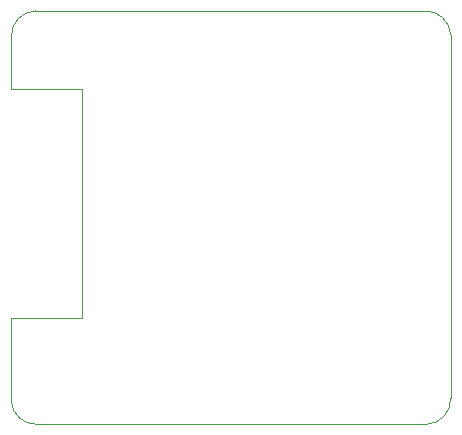
<source format=gbr>
%TF.GenerationSoftware,KiCad,Pcbnew,8.0.0*%
%TF.CreationDate,2024-03-16T23:45:48+01:00*%
%TF.ProjectId,tcs_controller,7463735f-636f-46e7-9472-6f6c6c65722e,1.0*%
%TF.SameCoordinates,Original*%
%TF.FileFunction,Profile,NP*%
%FSLAX46Y46*%
G04 Gerber Fmt 4.6, Leading zero omitted, Abs format (unit mm)*
G04 Created by KiCad (PCBNEW 8.0.0) date 2024-03-16 23:45:48*
%MOMM*%
%LPD*%
G01*
G04 APERTURE LIST*
%TA.AperFunction,Profile*%
%ADD10C,0.050000*%
%TD*%
G04 APERTURE END LIST*
D10*
X127200000Y-92600000D02*
X127200000Y-88203244D01*
X133225000Y-92600000D02*
X127200000Y-92600000D01*
X164400000Y-118800000D02*
G75*
G02*
X162358672Y-121003301I-2122300J-81000D01*
G01*
X162196756Y-86000000D02*
G75*
G02*
X164399999Y-88041330I80944J-2122300D01*
G01*
X133225000Y-112000000D02*
X133225000Y-92600000D01*
X127200000Y-112000000D02*
X133225000Y-112000000D01*
X164400000Y-118800000D02*
X164400000Y-88041330D01*
X129361974Y-120999999D02*
X162358670Y-121003244D01*
X162200000Y-86000000D02*
X129241330Y-85996756D01*
X129361974Y-120999998D02*
G75*
G02*
X127199942Y-118998428I-80974J2080998D01*
G01*
X127200000Y-118998426D02*
X127200000Y-112000000D01*
X127200000Y-88200000D02*
G75*
G02*
X129241328Y-85996699I2122300J81000D01*
G01*
M02*

</source>
